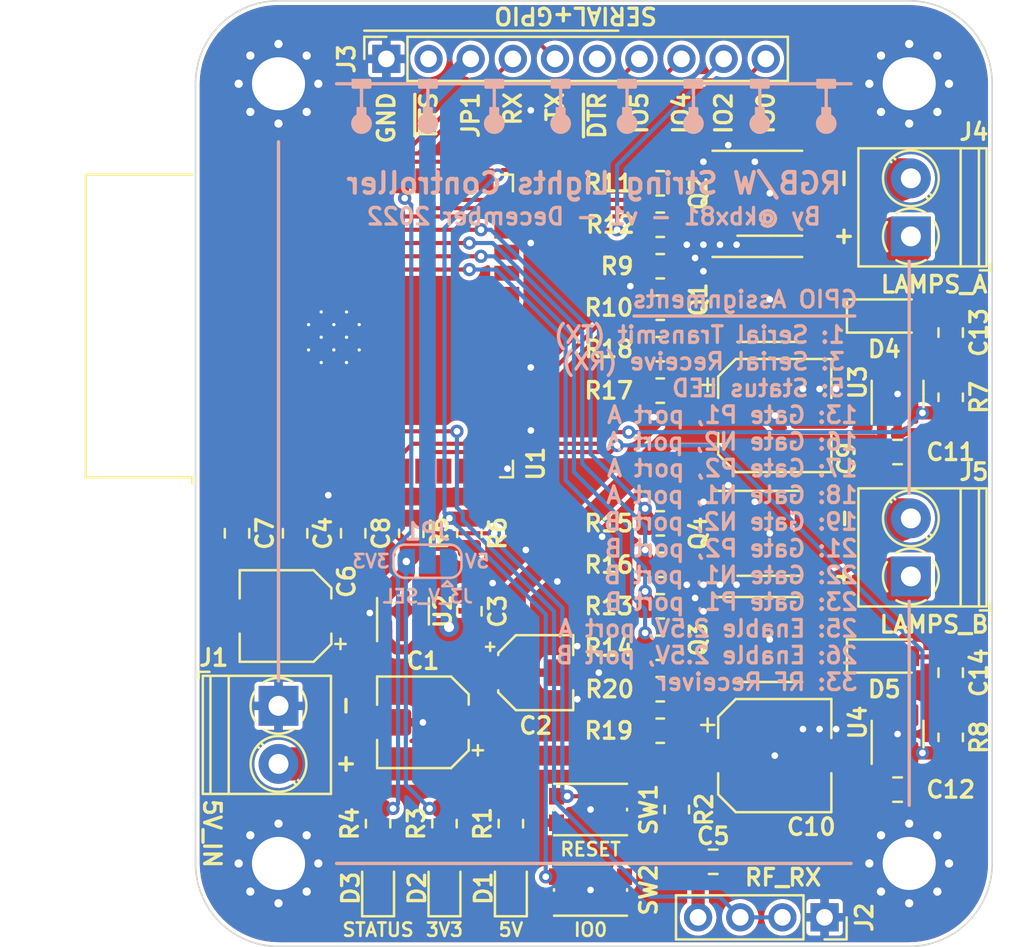
<source format=kicad_pcb>
(kicad_pcb (version 20211014) (generator pcbnew)
  (layers (0 "F.Cu" signal) (31 "B.Cu" signal) (34 "B.Paste" user) (35 "F.Paste" user) (36 "B.SilkS" user "B.Silkscreen") (37 "F.SilkS" user "F.Silkscreen") (38 "B.Mask" user) (39 "F.Mask" user) (44 "Edge.Cuts" user))
  (net 0 "")
  (net 1 "+5V")
  (net 2 "GND")
  (net 3 "+3V3")
  (net 4 "/ESP_EN")
  (net 5 "Net-(D1-Pad2)")
  (net 6 "Net-(D2-Pad2)")
  (net 7 "Net-(D3-Pad2)")
  (net 8 "/LAMPS_A_POS")
  (net 9 "/LAMPS_B_POS")
  (net 10 "/~{RTS}")
  (net 11 "Net-(C5-Pad1)")
  (net 12 "/GPIO3")
  (net 13 "/GPIO1")
  (net 14 "/~{DTR}")
  (net 15 "/GPIO5")
  (net 16 "/GPIO4")
  (net 17 "/GPIO2")
  (net 18 "/GPIO0")
  (net 19 "/LAMPS_A_NEG")
  (net 20 "/LAMPS_B_NEG")
  (net 21 "Net-(Q1-Pad2)")
  (net 22 "Net-(Q1-Pad4)")
  (net 23 "Net-(Q2-Pad2)")
  (net 24 "Net-(Q2-Pad4)")
  (net 25 "Net-(Q3-Pad2)")
  (net 26 "Net-(Q3-Pad4)")
  (net 27 "Net-(Q4-Pad2)")
  (net 28 "Net-(Q4-Pad4)")
  (net 29 "/EN_2V5_A")
  (net 30 "/EN_2V5_B")
  (net 31 "/G_N1_A")
  (net 32 "/G_P1_A")
  (net 33 "/G_N2_A")
  (net 34 "/G_P2_A")
  (net 35 "/G_N1_B")
  (net 36 "/G_P1_B")
  (net 37 "/G_N2_B")
  (net 38 "/G_P2_B")
  (net 39 "/GPI36")
  (net 40 "/GPI39")
  (net 41 "/GPI34")
  (net 42 "/GPI35")
  (net 43 "/GPIO32")
  (net 44 "/RF_RX")
  (net 45 "/GPIO27")
  (net 46 "/GPIO14")
  (net 47 "/GPIO12")
  (net 54 "/GPIO15")
  (net 59 "/2V5_A")
  (net 60 "/2V5_B")
  (net 61 "Net-(J3-Pad3)")
  (footprint "RF_Module:ESP32-WROOM-32" (layer "F.Cu") (at 109.245 89.6 90)
    (fp_text reference "U1")
    (fp_text value "ESP32-WROOM-32D")
  )
  (footprint "Capacitor_SMD:CP_Elec_6.3x7.7" (layer "F.Cu") (at 134.9 95)
    (fp_text reference "C9")
    (fp_text value "330 uF")
  )
  (footprint "Resistor_SMD:R_0805_2012Metric" (layer "F.Cu") (at 119 119.6 -90)
    (fp_text reference "R1")
    (fp_text value "8K2")
  )
  (footprint "Button_Switch_SMD:SW_Push_1P1T_NO_CK_KMR2" (layer "F.Cu") (at 123.8 118.75)
    (fp_text reference "SW1")
    (fp_text value "RESET")
  )
  (footprint "Capacitor_SMD:CP_Elec_4x5.8" (layer "F.Cu") (at 120.5 110.5)
    (fp_text reference "C2")
    (fp_text value "10 uF")
  )
  (footprint "Capacitor_SMD:C_0805_2012Metric" (layer "F.Cu") (at 145.5 90 -90)
    (fp_text reference "C13")
    (fp_text value "100 nF")
  )
  (footprint "Resistor_SMD:R_0805_2012Metric" (layer "F.Cu") (at 111 119.6 -90)
    (fp_text reference "R4")
    (fp_text value "1K")
  )
  (footprint "Resistor_SMD:R_0805_2012Metric" (layer "F.Cu") (at 129 118.75 -90)
    (fp_text reference "R2")
    (fp_text value "10")
  )
  (footprint "Resistor_SMD:R_0805_2012Metric" (layer "F.Cu") (at 128 81)
    (fp_text reference "R11")
    (fp_text value "100")
  )
  (footprint "Capacitor_SMD:C_0805_2012Metric" (layer "F.Cu") (at 131.19081 121.9)
    (fp_text reference "C5")
    (fp_text value "1 uF")
  )
  (footprint "Resistor_SMD:R_0805_2012Metric" (layer "F.Cu") (at 113 102.1 90)
    (fp_text reference "R5")
    (fp_text value "10K")
  )
  (footprint "Resistor_SMD:R_0805_2012Metric" (layer "F.Cu") (at 128 88.5)
    (fp_text reference "R10")
    (fp_text value "100")
  )
  (footprint "Diode_SMD:D_SOD-123" (layer "F.Cu") (at 141.5 109.5)
    (fp_text reference "D5")
    (fp_text value "SS34")
  )
  (footprint "Resistor_SMD:R_0805_2012Metric" (layer "F.Cu") (at 128 86)
    (fp_text reference "R9")
    (fp_text value "100")
  )
  (footprint "LED_SMD:LED_0805_2012Metric" (layer "F.Cu") (at 119 123.5 90)
    (fp_text reference "D1")
    (fp_text value "5V")
  )
  (footprint "MountingHole:MountingHole_3.2mm_M3_Pad_Via" (layer "F.Cu") (at 143 75)
    (fp_text reference "H2")
    (fp_text value "MountingHole_Pad")
  )
  (footprint "MountingHole:MountingHole_3.2mm_M3_Pad_Via" (layer "F.Cu") (at 105 122)
    (fp_text reference "H3")
    (fp_text value "MountingHole_Pad")
  )
  (footprint "Connector_PinSocket_2.54mm:PinSocket_1x10_P2.54mm_Vertical" (layer "F.Cu") (at 111.5 73.5 90)
    (fp_text reference "J3")
    (fp_text value "SERIAL+GPIO")
  )
  (footprint "Package_SO:SOIC-8_3.9x4.9mm_P1.27mm" (layer "F.Cu") (at 134.6 88)
    (fp_text reference "Q1")
    (fp_text value "IRF7319TRPBF")
  )
  (footprint "Package_SO:SOIC-8_3.9x4.9mm_P1.27mm" (layer "F.Cu") (at 134.6 81.6)
    (fp_text reference "Q2")
    (fp_text value "IRF7319TRPBF")
  )
  (footprint "TerminalBlock_Phoenix:TerminalBlock_Phoenix_PT-1,5-2-3.5-H_1x02_P3.50mm_Horizontal" (layer "F.Cu") (at 143.1 104.7 90)
    (fp_text reference "J5")
    (fp_text value "LAMPS_B")
  )
  (footprint "Package_TO_SOT_SMD:SOT-23-5" (layer "F.Cu") (at 112.5 106.8 90)
    (fp_text reference "U2")
    (fp_text value "AP2112K-3.3")
  )
  (footprint "Package_SO:SOIC-8_3.9x4.9mm_P1.27mm" (layer "F.Cu") (at 134.6 102.1)
    (fp_text reference "Q4")
    (fp_text value "IRF7319TRPBF")
  )
  (footprint "Button_Switch_SMD:SW_Push_1P1T_NO_CK_KMR2" (layer "F.Cu") (at 123.8 123.6)
    (fp_text reference "SW2")
    (fp_text value "IO0")
  )
  (footprint "Package_TO_SOT_SMD:SOT-23-5" (layer "F.Cu") (at 142.3 114.2 90)
    (fp_text reference "U4")
    (fp_text value "AP2112K-2.5")
  )
  (footprint "Resistor_SMD:R_0805_2012Metric" (layer "F.Cu") (at 115 119.6 -90)
    (fp_text reference "R3")
    (fp_text value "1K")
  )
  (footprint "Connector_PinSocket_2.54mm:PinSocket_1x04_P2.54mm_Vertical" (layer "F.Cu") (at 137.9 125.25 -90)
    (fp_text reference "J2")
    (fp_text value "RF_RX")
  )
  (footprint "Diode_SMD:D_SOD-123" (layer "F.Cu") (at 141.5 89)
    (fp_text reference "D4")
    (fp_text value "SS34")
  )
  (footprint "Resistor_SMD:R_0805_2012Metric" (layer "F.Cu") (at 128 104)
    (fp_text reference "R16")
    (fp_text value "100")
  )
  (footprint "Resistor_SMD:R_0805_2012Metric" (layer "F.Cu") (at 128 109)
    (fp_text reference "R14")
    (fp_text value "100")
  )
  (footprint "Package_TO_SOT_SMD:SOT-23-5" (layer "F.Cu") (at 142.3 93.7 90)
    (fp_text reference "U3")
    (fp_text value "AP2112K-2.5")
  )
  (footprint "Resistor_SMD:R_0805_2012Metric" (layer "F.Cu") (at 128 114 180)
    (fp_text reference "R19")
    (fp_text value "5K6")
  )
  (footprint "Capacitor_SMD:C_0805_2012Metric" (layer "F.Cu") (at 142.3 97.2)
    (fp_text reference "C11")
    (fp_text value "1 uF")
  )
  (footprint "TerminalBlock_Phoenix:TerminalBlock_Phoenix_PT-1,5-2-3.5-H_1x02_P3.50mm_Horizontal" (layer "F.Cu") (at 105 112.5 -90)
    (fp_text reference "J1")
    (fp_text value "5V_IN")
  )
  (footprint "Capacitor_SMD:C_0805_2012Metric" (layer "F.Cu") (at 109.5 102.1 -90)
    (fp_text reference "C8")
    (fp_text value "1 uF")
  )
  (footprint "Capacitor_SMD:C_0805_2012Metric" (layer "F.Cu") (at 116.5 106.8 90)
    (fp_text reference "C3")
    (fp_text value "1 uF")
  )
  (footprint "Capacitor_SMD:C_0805_2012Metric" (layer "F.Cu") (at 102.5 102.1 -90)
    (fp_text reference "C7")
    (fp_text value "100 nF")
  )
  (footprint "Capacitor_SMD:CP_Elec_5x5.4" (layer "F.Cu") (at 105.423025 107.084338 180)
    (fp_text reference "C6")
    (fp_text value "100 uF")
  )
  (footprint "Resistor_SMD:R_0805_2012Metric" (layer "F.Cu") (at 128 93.5 180)
    (fp_text reference "R17")
    (fp_text value "5K6")
  )
  (footprint "LED_SMD:LED_0805_2012Metric" (layer "F.Cu") (at 115 123.5 90)
    (fp_text reference "D2")
    (fp_text value "3V3")
  )
  (footprint "TerminalBlock_Phoenix:TerminalBlock_Phoenix_PT-1,5-2-3.5-H_1x02_P3.50mm_Horizontal" (layer "F.Cu") (at 143.1 84.2 90)
    (fp_text reference "J4")
    (fp_text value "LAMPS_A")
  )
  (footprint "Resistor_SMD:R_0805_2012Metric" (layer "F.Cu") (at 128 91 180)
    (fp_text reference "R18")
    (fp_text value "5K6")
  )
  (footprint "Resistor_SMD:R_0805_2012Metric" (layer "F.Cu") (at 128 111.5 180)
    (fp_text reference "R20")
    (fp_text value "5K6")
  )
  (footprint "Resistor_SMD:R_0805_2012Metric" (layer "F.Cu") (at 145.5 93.9 90)
    (fp_text reference "R7")
    (fp_text value "10K")
  )
  (footprint "MountingHole:MountingHole_3.2mm_M3_Pad_Via" (layer "F.Cu") (at 105 75)
    (fp_text reference "H1")
    (fp_text value "MountingHole_Pad")
  )
  (footprint "LED_SMD:LED_0805_2012Metric" (layer "F.Cu") (at 111 123.5 90)
    (fp_text reference "D3")
    (fp_text value "STATUS")
  )
  (footprint "Capacitor_SMD:CP_Elec_6.3x7.7" (layer "F.Cu") (at 134.9 115.5)
    (fp_text reference "C10")
    (fp_text value "330 uF")
  )
  (footprint "Capacitor_SMD:C_0805_2012Metric" (layer "F.Cu") (at 106 102.1 -90)
    (fp_text reference "C4")
    (fp_text value "10 uF")
  )
  (footprint "Capacitor_SMD:CP_Elec_5x5.4" (layer "F.Cu") (at 113.7 113.493501 180)
    (fp_text reference "C1")
    (fp_text value "100 uF")
  )
  (footprint "Package_SO:SOIC-8_3.9x4.9mm_P1.27mm" (layer "F.Cu") (at 134.6 108.5)
    (fp_text reference "Q3")
    (fp_text value "IRF7319TRPBF")
  )
  (footprint "MountingHole:MountingHole_3.2mm_M3_Pad_Via" (layer "F.Cu") (at 143 122)
    (fp_text reference "H4")
    (fp_text value "MountingHole_Pad")
  )
  (footprint "Capacitor_SMD:C_0805_2012Metric" (layer "F.Cu") (at 145.5 110.5 -90)
    (fp_text reference "C14")
    (fp_text value "100 nF")
  )
  (footprint "Resistor_SMD:R_0805_2012Metric" (layer "F.Cu") (at 116.5 102.1 90)
    (fp_text reference "R6")
    (fp_text value "10K")
  )
  (footprint "Resistor_SMD:R_0805_2012Metric" (layer "F.Cu") (at 145.5 114.4 90)
    (fp_text reference "R8")
    (fp_text value "10K")
  )
  (footprint "Resistor_SMD:R_0805_2012Metric" (layer "F.Cu") (at 128 83.5)
    (fp_text reference "R12")
    (fp_text value "100")
  )
  (footprint "Resistor_SMD:R_0805_2012Metric" (layer "F.Cu") (at 128 106.5)
    (fp_text reference "R13")
    (fp_text value "100")
  )
  (footprint "Capacitor_SMD:C_0805_2012Metric" (layer "F.Cu") (at 142.3 117.55)
    (fp_text reference "C12")
    (fp_text value "1 uF")
  )
  (footprint "Resistor_SMD:R_0805_2012Metric" (layer "F.Cu") (at 128 101.5)
    (fp_text reference "R15")
    (fp_text value "100")
  )
  (footprint "Jumper:SolderJumper-3_P1.3mm_Open_RoundedPad1.0x1.5mm" (layer "B.Cu") (at 113.973633 103.783152 180)
    (fp_text reference "JP1")
    (fp_text value "J3_V_SEL")
  )
  (gr_rect (start 114.2 76.5) (end 113.8 76.8) (layer "B.SilkS") (width 0.2) (fill solid))
  (gr_circle (center 114 77.4) (end 114 77.9) (layer "B.SilkS") (width 0.25) (fill solid))
  (gr_rect (start 138.2 76.5) (end 137.8 76.8) (layer "B.SilkS") (width 0.2) (fill solid))
  (gr_rect (start 130.5 75.2) (end 129.5 74.8) (layer "B.SilkS") (width 0.2) (fill solid))
  (gr_rect (start 134.5 75.2) (end 133.5 74.8) (layer "B.SilkS") (width 0.2) (fill solid))
  (gr_rect (start 110.2 76.5) (end 109.8 76.8) (layer "B.SilkS") (width 0.2) (fill solid))
  (gr_rect (start 126.2 76.5) (end 125.8 76.8) (layer "B.SilkS") (width 0.2) (fill solid))
  (gr_rect (start 126.5 75.2) (end 125.5 74.8) (layer "B.SilkS") (width 0.2) (fill solid))
  (gr_rect (start 118.5 75.2) (end 117.5 74.8) (layer "B.SilkS") (width 0.2) (fill solid))
  (gr_circle (center 110 77.4) (end 110 77.9) (layer "B.SilkS") (width 0.25) (fill solid))
  (gr_rect (start 118.2 76.5) (end 117.8 76.8) (layer "B.SilkS") (width 0.2) (fill solid))
  (gr_line (start 130 75) (end 130 76.5) (layer "B.SilkS") (width 0.2))
  (gr_line (start 122 75) (end 122 76.5) (layer "B.SilkS") (width 0.2))
  (gr_line (start 118 75) (end 118 76.5) (layer "B.SilkS") (width 0.2))
  (gr_line (start 139.5 75) (end 108.5 75) (layer "B.SilkS") (width 0.2))
  (gr_line (start 143 106.2) (end 143 118.5) (layer "B.SilkS") (width 0.2))
  (gr_circle (center 122 77.4) (end 122 77.9) (layer "B.SilkS") (width 0.25) (fill solid))
  (gr_rect (start 138.5 75.2) (end 137.5 74.8) (layer "B.SilkS") (width 0.2) (fill solid))
  (gr_rect (start 122.5 75.2) (end 121.5 74.8) (layer "B.SilkS") (width 0.2) (fill solid))
  (gr_line (start 138 75) (end 138 76.5) (layer "B.SilkS") (width 0.2))
  (gr_rect (start 110.5 75.2) (end 109.5 74.8) (layer "B.SilkS") (width 0.2) (fill solid))
  (gr_circle (center 126 77.4) (end 126 77.9) (layer "B.SilkS") (width 0.25) (fill solid))
  (gr_rect (start 130.2 76.5) (end 129.8 76.8) (layer "B.SilkS") (width 0.2) (fill solid))
  (gr_circle (center 130 77.4) (end 130 77.9) (layer "B.SilkS") (width 0.25) (fill solid))
  (gr_circle (center 134 77.4) (end 134 77.9) (layer "B.SilkS") (width 0.25) (fill solid))
  (gr_circle (center 138 77.4) (end 138 77.9) (layer "B.SilkS") (width 0.25) (fill solid))
  (gr_line (start 114 75) (end 114 76.5) (layer "B.SilkS") (width 0.2))
  (gr_rect (start 122.2 76.5) (end 121.8 76.8) (layer "B.SilkS") (width 0.2) (fill solid))
  (gr_line (start 143 85.7) (end 143 99.7) (layer "B.SilkS") (width 0.2))
  (gr_line (start 126 75) (end 126 76.5) (layer "B.SilkS") (width 0.2))
  (gr_line (start 110 75) (end 110 76.5) (layer "B.SilkS") (width 0.2))
  (gr_line (start 105 78.5) (end 105 111) (layer "B.SilkS") (width 0.2))
  (gr_rect (start 134.2 76.5) (end 133.8 76.8) (layer "B.SilkS") (width 0.2) (fill solid))
  (gr_line (start 139.5 122) (end 108.5 122) (layer "B.SilkS") (width 0.2))
  (gr_line (start 134 75) (end 134 76.5) (layer "B.SilkS") (width 0.2))
  (gr_line (start 139.720157 89) (end 126.420157 89) (layer "B.SilkS") (width 0.2))
  (gr_rect (start 114.5 75.2) (end 113.5 74.8) (layer "B.SilkS") (width 0.2) (fill solid))
  (gr_circle (center 118 77.4) (end 118 77.9) (layer "B.SilkS") (width 0.25) (fill solid))
  (gr_line (start 110.17 71.8) (end 125.47 71.8) (layer "F.SilkS") (width 0.15))
  (gr_arc (start 143 70) (mid 146.535534 71.464466) (end 148 75) (layer "Edge.Cuts") (width 0.1))
  (gr_line (start 105 127) (end 143 127) (layer "Edge.Cuts") (width 0.1))
  (gr_line (start 148 122) (end 148 75) (layer "Edge.Cuts") (width 0.1))
  (gr_arc (start 105 127) (mid 101.464466 125.535534) (end 100 122) (layer "Edge.Cuts") (width 0.1))
  (gr_line (start 143 70) (end 105 70) (layer "Edge.Cuts") (width 0.1))
  (gr_arc (start 148 122) (mid 146.535534 125.535534) (end 143 127) (layer "Edge.Cuts") (width 0.1))
  (gr_arc (start 100 75) (mid 101.464466 71.464466) (end 105 70) (layer "Edge.Cuts") (width 0.1))
  (gr_line (start 100 75) (end 100 122) (layer "Edge.Cuts") (width 0.1))
  (gr_text " 1: Serial Transmit (TX)\n 3: Serial Receive (RX)\n 5: Status LED\n13: Gate P1, port A\n16: Gate N2, port A\n17: Gate P2, port A\n18: Gate N1, port A\n19: Gate N2, port B\n21: Gate P2, port B\n22: Gate N1, port B\n23: Gate P1, port B\n25: Enable 2.5V, port A\n26: Enable 2.5V, port B\n33: RF Receiver" (at 140 100.6) (layer "B.SilkS") (effects (font (size 1 1) (thickness 0.2)) (justify left mirror)))
  (gr_text "RGB/W String Lights Controller" (at 124 81) (layer "B.SilkS") (effects (font (size 1.25 1.25) (thickness 0.25)) (justify mirror)))
  (gr_text "By @kbx81 - v1 - December 2022" (at 124 83) (layer "B.SilkS") (effects (font (size 1 1) (thickness 0.2)) (justify mirror)))
  (gr_text "GPIO Assignments" (at 140 88) (layer "B.SilkS") (effects (font (size 1 1) (thickness 0.2)) (justify left mirror)))
  (segment (start 113.45 108.569239) (end 113.45 107.9375) (width 0.6) (layer "F.Cu") (net 1))
  (segment (start 132.749239 102.735) (end 133.6 103.585761) (width 0.6) (layer "F.Cu") (net 1))
  (segment (start 140.9 96.4) (end 141.35 96.85) (width 0.5) (layer "F.Cu") (net 1))
  (segment (start 141.35 117.55) (end 141.35 115.3375) (width 0.6) (layer "F.Cu") (net 1))
  (segment (start 112.919239 109.1) (end 113.45 108.569239) (width 0.6) (layer "F.Cu") (net 1))
  (segment (start 133.6 87.784239) (end 132.749239 88.635) (width 0.6) (layer "F.Cu") (net 1))
  (segment (start 105 116) (end 113.9 116) (width 2) (layer "F.Cu") (net 1))
  (segment (start 132.749239 109.135) (end 132.125 109.135) (width 0.6) (layer "F.Cu") (net 1))
  (segment (start 111.55 108.569239) (end 112.080761 109.1) (width 0.6) (layer "F.Cu") (net 1))
  (segment (start 134.6 116.9) (end 140.9 116.9) (width 0.5) (layer "F.Cu") (net 1))
  (segment (start 141.35 97.2) (end 141.35 94.8375) (width 0.6) (layer "F.Cu") (net 1))
  (segment (start 132.749239 88.635) (end 133.6 89.485761) (width 0.6) (layer "F.Cu") (net 1))
  (segment (start 132.749239 88.635) (end 132.125 88.635) (width 0.6) (layer "F.Cu") (net 1))
  (segment (start 141.35 96.85) (end 141.35 97.2) (width 0.5) (layer "F.Cu") (net 1))
  (segment (start 111.55 107.9375) (end 111.55 108.569239) (width 0.6) (layer "F.Cu") (net 1))
  (segment (start 115.9 114) (end 115.9 113.493501) (width 2) (layer "F.Cu") (net 1))
  (segment (start 133.2 95) (end 134.6 96.4) (width 0.5) (layer "F.Cu") (net 1))
  (segment (start 119 116.593501) (end 115.9 113.493501) (width 1.2) (layer "F.Cu") (net 1))
  (segment (start 133.2 115.5) (end 134.6 116.9) (width 0.5) (layer "F.Cu") (net 1))
  (segment (start 133.6 103.585761) (end 133.6 108.284239) (width 0.6) (layer "F.Cu") (net 1))
  (segment (start 132.749239 82.235) (end 133.6 83.085761) (width 0.6) (layer "F.Cu") (net 1))
  (segment (start 118.7 110.5) (end 118.7 106.2) (width 1.2) (layer "F.Cu") (net 1))
  (segment (start 134.6 96.4) (end 140.9 96.4) (width 0.5) (layer "F.Cu") (net 1))
  (segment (start 129.9 95) (end 132.2 95) (width 1.2) (layer "F.Cu") (net 1))
  (segment (start 113.9 116) (end 115.9 114) (width 2) (layer "F.Cu") (net 1))
  (segment (start 132.125 102.735) (end 132.749239 102.735) (width 0.6) (layer "F.Cu") (net 1))
  (segment (start 133.6 83.085761) (end 133.6 87.784239) (width 0.6) (layer "F.Cu") (net 1))
  (segment (start 141.35 117.35) (end 141.35 117.55) (width 0.5) (layer "F.Cu") (net 1))
  (segment (start 119 118.6875) (end 119 116.593501) (width 0.8) (layer "F.Cu") (net 1))
  (segment (start 133.6 89.485761) (end 133.6 93.6) (width 0.6) (layer "F.Cu") (net 1))
  (segment (start 133.6 93.6) (end 132.2 95) (width 0.6) (layer "F.Cu") (net 1))
  (segment (start 112.080761 109.1) (end 112.919239 109.1) (width 0.6) (layer "F.Cu") (net 1))
  (segment (start 115.273633 107.75) (end 116.5 107.75) (width 1) (layer "F.Cu") (net 1))
  (segment (start 133.6 114.1) (end 132.2 115.5) (width 0.6) (layer "F.Cu") (net 1))
  (segment (start 119 116.593501) (end 120.093501 115.5) (width 1.2) (layer "F.Cu") (net 1))
  (segment (start 132.125 82.235) (end 132.749239 82.235) (width 0.6) (layer "F.Cu") (net 1))
  (segment (start 133.6 109.985761) (end 133.6 114.1) (width 0.6) (layer "F.Cu") (net 1))
  (segment (start 132.2 95) (end 133.2 95) (width 0.5) (layer "F.Cu") (net 1))
  (segment (start 120.093501 115.5) (end 132.2 115.5) (width 1.2) (layer "F.Cu") (net 1))
  (segment (start 118.7 106.2) (end 129.9 95) (width 1.2) (layer "F.Cu") (net 1))
  (segment (start 132.749239 109.135) (end 133.6 109.985761) (width 0.6) (layer "F.Cu") (net 1))
  (segment (start 132.2 115.5) (end 133.2 115.5) (width 0.5) (layer "F.Cu") (net 1))
  (segment (start 133.6 108.284239) (end 132.749239 109.135) (width 0.6) (layer "F.Cu") (net 1))
  (segment (start 140.9 116.9) (end 141.35 117.35) (width 0.5) (layer "F.Cu") (net 1))
  (via (at 115.273633 107.75) (size 1.2) (drill 0.6) (layers "F.Cu" "B.Cu") (net 1))
  (segment (start 115.273633 103.783152) (end 115.273633 107.75) (width 1) (layer "B.Cu") (net 1))
  (via (at 129.6 105.2) (size 0.8) (drill 0.4) (layers "F.Cu" "B.Cu") (net 2))
  (via (at 136.6 113.9) (size 0.8) (drill 0.4) (layers "F.Cu" "B.Cu") (net 2))
  (via (at 113.7 113.5) (size 0.8) (drill 0.4) (layers "F.Cu" "B.Cu") (net 2))
  (via (at 130.1 106) (size 0.8) (drill 0.4) (layers "F.Cu" "B.Cu") (net 2))
  (via (at 117.9 105.1) (size 0.8) (drill 0.4) (layers "F.Cu" "B.Cu") (net 2))
  (via (at 134.6 108.5) (size 0.8) (drill 0.4) (layers "F.Cu" "B.Cu") (net 2))
  (via (at 123.8 123.6) (size 0.8) (drill 0.4) (layers "F.Cu" "B.Cu") (net 2))
  (via (at 129.6 84.7) (size 0.8) (drill 0.4) (layers "F.Cu" "B.Cu") (net 2))
  (via (at 132.6 84.7) (size 0.8) (drill 0.4) (layers "F.Cu" "B.Cu") (net 2))
  (via (at 131.6 84.7) (size 0.8) (drill 0.4) (layers "F.Cu" "B.Cu") (net 2))
  (via (at 119.9 103.1) (size 0.8) (drill 0.4) (layers "F.Cu" "B.Cu") (net 2))
  (via (at 130.6 105.2) (size 0.8) (drill 0.4) (layers "F.Cu" "B.Cu") (net 2))
  (via (at 134.9 115.5) (size 0.8) (drill 0.4) (layers "F.Cu" "B.Cu") (net 2))
  (via (at 110.5 106.9) (size 0.8) (drill 0.4) (layers "F.Cu" "B.Cu") (net 2))
  (via (at 130.6 100.2) (size 0.8) (drill 0.4) (layers "F.Cu" "B.Cu") (net 2))
  (via (at 124.5 102.3) (size 0.8) (drill 0.4) (layers "F.Cu" "B.Cu") (net 2))
  (via (at 127.6 95.1) (size 0.8) (drill 0.4) (layers "F.Cu" "B.Cu") (net 2))
  (via (at 120.2 84.6) (size 0.8) (drill 0.4) (layers "F.Cu" "B.Cu") (net 2))
  (via (at 123.8 118.75) (size 0.8) (drill 0.4) (layers "F.Cu" "B.Cu") (net 2))
  (via (at 133.7 100.2) (size 0.8) (drill 0.4) (layers "F.Cu" "B.Cu") (net 2))
  (via (at 121.8 105) (size 0.8) (drill 0.4) (layers "F.Cu" "B.Cu") (net 2))
  (via (at 130.6 84.7) (size 0.8) (drill 0.4) (layers "F.Cu" "B.Cu") (net 2))
  (via (at 120.2 92.1) (size 0.8) (drill 0.4) (layers "F.Cu" "B.Cu") (net 2))
  (via (at 108 99.8) (size 0.8) (drill 0.4) (layers "F.Cu" "B.Cu") (net 2))
  (via (at 132.1 78.7) (size 0.8) (drill 0.4) (layers "F.Cu" "B.Cu") (net 2))
  (via (at 130.6 106.8) (size 0.8) (drill 0.4) (layers "F.Cu" "B.Cu") (net 2))
  (via (at 134.6 88) (size 0.8) (drill 0.4) (layers "F.Cu" "B.Cu") (net 2))
  (via (at 136.6 93.4) (size 0.8) (drill 0.4) (layers "F.Cu" "B.Cu") (net 2))
  (via (at 137.6 93.4) (size 0.8) (drill 0.4) (layers "F.Cu" "B.Cu") (net 2))
  (via (at 130.1 85.5) (size 0.8) (drill 0.4) (layers "F.Cu" "B.Cu") (net 2))
  (via (at 120.2 76.6) (size 0.8) (drill 0.4) (layers "F.Cu" "B.Cu") (net 2))
  (via (at 130.6 86.3) (size 0.8) (drill 0.4) (layers "F.Cu" "B.Cu") (net 2))
  (via (at 118.793904 98.2) (size 0.8) (drill 0.4) (layers "F.Cu" "B.Cu") (net 2))
  (via (at 137.6 113.9) (size 0.8) (drill 0.4) (layers "F.Cu" "B.Cu") (net 2))
  (via (at 133.7 79.7) (size 0.8) (drill 0.4) (layers "F.Cu" "B.Cu") (net 2))
  (via (at 130.6 79.7) (size 0.8) (drill 0.4) (layers "F.Cu" "B.Cu") (net 2))
  (via (at 131.6 105.2) (size 0.8) (drill 0.4) (layers "F.Cu" "B.Cu") (net 2))
  (via (at 132.1 99.2) (size 0.8) (drill 0.4) (layers "F.Cu" "B.Cu") (net 2))
  (via (at 134.6 81.6) (size 0.8) (drill 0.4) (layers "F.Cu" "B.Cu") (net 2))
  (via (at 126.2 87.2) (size 0.8) (drill 0.4) (layers "F.Cu" "B.Cu") (net 2))
  (via (at 132.6 105.2) (size 0.8) (drill 0.4) (layers "F.Cu" "B.Cu") (net 2))
  (via (at 134.6 102.1) (size 0.8) (drill 0.4) (layers "F.Cu" "B.Cu") (net 2))
  (via (at 123 108.9) (size 0.8) (drill 0.4) (layers "F.Cu" "B.Cu") (net 2))
  (via (at 123 112.1) (size 0.8) (drill 0.4) (layers "F.Cu" "B.Cu") (net 2))
  (via (at 120.205611 95.899999) (size 0.8) (drill 0.4) (layers "F.Cu" "B.Cu") (net 2))
  (via (at 138.6 93.4) (size 0.8) (drill 0.4) (layers "F.Cu" "B.Cu") (net 2))
  (via (at 134.9 95) (size 0.8) (drill 0.4) (layers "F.Cu" "B.Cu") (net 2))
  (via (at 142.3 93.7) (size 0.8) (drill 0.4) (layers "F.Cu" "B.Cu") (net 2))
  (via (at 138.6 113.9) (size 0.8) (drill 0.4) (layers "F.Cu" "B.Cu") (net 2))
  (via (at 142.3 114.2) (size 0.8) (drill 0.4) (layers "F.Cu" "B.Cu") (net 2))
  (via (at 124.3 110.5) (size 0.8) (drill 0.4) (layers "F.Cu" "B.Cu") (net 2))
  (segment (start 116.5 103.0125) (end 113 103.0125) (width 0.3) (layer "F.Cu") (net 3))
  (segment (start 102.265 100.915) (end 102.5 101.15) (width 0.8) (layer "F.Cu") (net 3))
  (segment (start 112.0875 102.1) (end 107.2 102.1) (width 0.5) (layer "F.Cu") (net 3))
  (segment (start 112.7 103.8) (end 113 103.5) (width 1) (layer "F.Cu") (net 3))
  (segment (start 111.55 105.6625) (end 110.0375 105.6625) (width 1) (layer "F.Cu") (net 3))
  (segment (start 113 103.5) (end 113 103.0125) (width 1) (layer "F.Cu") (net 3))
  (segment (start 113 103.0125) (end 112.0875 102.1) (width 0.5) (layer "F.Cu") (net 3))
  (segment (start 112.7 104.5125) (end 112.7 103.8) (width 1) (layer "F.Cu") (net 3))
  (segment (start 107.2 102.1) (end 106.25 101.15) (width 0.5) (layer "F.Cu") (net 3))
  (segment (start 106.25 101.15) (end 106 101.15) (width 0.5) (layer "F.Cu") (net 3))
  (segment (start 111.55 105.6625) (end 112.7 104.5125) (width 1) (layer "F.Cu") (net 3))
  (segment (start 102.5 101.15) (end 106 101.15) (width 0.8) (layer "F.Cu") (net 3))
  (segment (start 108.615662 107.084338) (end 107.623025 107.084338) (width 1) (layer "F.Cu") (net 3))
  (segment (start 102.265 98.35) (end 102.265 100.915) (width 0.8) (layer "F.Cu") (net 3))
  (segment (start 110.0375 105.6625) (end 108.615662 107.084338) (width 1) (layer "F.Cu") (net 3))
  (via (at 112.7 103.8) (size 0.9) (drill 0.45) (layers "F.Cu" "B.Cu") (net 3))
  (via (at 114.1 118.6875) (size 0.8) (drill 0.4) (layers "F.Cu" "B.Cu") (net 3))
  (segment (start 112.673633 103.783152) (end 112.673633 117.261133) (width 0.25) (layer "B.Cu") (net 3))
  (segment (start 112.673633 117.261133) (end 114.1 118.6875) (width 0.25) (layer "B.Cu") (net 3))
  (segment (start 107.65 101.15) (end 109.5 101.15) (width 0.25) (layer "F.Cu") (net 4))
  (segment (start 106.7 100.2) (end 107.65 101.15) (width 0.25) (layer "F.Cu") (net 4))
  (segment (start 109.5 101.15) (end 109.5375 101.1875) (width 0.25) (layer "F.Cu") (net 4))
  (segment (start 103.535 99.35) (end 104.385 100.2) (width 0.25) (layer "F.Cu") (net 4))
  (segment (start 104.385 100.2) (end 106.7 100.2) (width 0.25) (layer "F.Cu") (net 4))
  (segment (start 103.535 98.35) (end 103.535 99.35) (width 0.25) (layer "F.Cu") (net 4))
  (segment (start 113.9125 102.1) (end 116.5 102.1) (width 0.25) (layer "F.Cu") (net 4))
  (segment (start 113 101.1875) (end 113.9125 102.1) (width 0.25) (layer "F.Cu") (net 4))
  (segment (start 109.5375 101.1875) (end 113 101.1875) (width 0.25) (layer "F.Cu") (net 4))
  (segment (start 125.85 117.95) (end 122.4 117.95) (width 0.25) (layer "F.Cu") (net 4))
  (segment (start 121.75 117.95) (end 122.4 117.95) (width 0.8) (layer "F.Cu") (net 4))
  (segment (start 116.5 102.1) (end 118 102.1) (width 0.25) (layer "F.Cu") (net 4))
  (via (at 122.4 117.95) (size 0.8) (drill 0.4) (layers "F.Cu" "B.Cu") (net 4))
  (via (at 118 102.1) (size 0.8) (drill 0.4) (layers "F.Cu" "B.Cu") (net 4))
  (segment (start 118 102.5) (end 122.1 106.6) (width 0.25) (layer "B.Cu") (net 4))
  (segment (start 118 102.1) (end 118 102.5) (width 0.25) (layer "B.Cu") (net 4))
  (segment (start 122.1 106.6) (end 122.1 117.65) (width 0.25) (layer "B.Cu") (net 4))
  (segment (start 122.1 117.65) (end 122.4 117.95) (width 0.25) (layer "B.Cu") (net 4))
  (segment (start 119 120.5125) (end 119 122.5625) (width 0.25) (layer "F.Cu") (net 5))
  (segment (start 115 120.5125) (end 115 122.5625) (width 0.25) (layer "F.Cu") (net 6))
  (segment (start 111 120.5125) (end 111 122.5625) (width 0.25) (layer "F.Cu") (net 7))
  (segment (start 130.28 121.93919) (end 130.24081 121.9) (width 0.8) (layer "F.Cu") (net 11))
  (segment (start 130.28 125.25) (end 130.28 121.93919) (width 0.8) (layer "F.Cu") (net 11))
  (segment (start 130.24081 120.90331) (end 129 119.6625) (width 0.8) (layer "F.Cu") (net 11))
  (segment (start 130.24081 121.9) (end 130.24081 120.90331) (width 0.8) (layer "F.Cu") (net 11))
  (segment (start 106.225 79.7) (end 111.8 79.7) (width 0.25) (layer "F.Cu") (net 12))
  (segment (start 112.3 79.2) (end 113.42 79.2) (width 0.25) (layer "F.Cu") (net 12))
  (segment (start 106.075 79.85) (end 106.225 79.7) (width 0.25) (layer "F.Cu") (net 12))
  (segment (start 106.075 80.85) (end 106.075 79.85) (width 0.25) (layer "F.Cu") (net 12))
  (segment (start 113.42 79.2) (end 119.12 73.5) (width 0.25) (layer "F.Cu") (net 12))
  (segment (start 111.8 79.7) (end 112.3 79.2) (width 0.25) (layer "F.Cu") (net 12))
  (segment (start 118.6 72.3) (end 117.9 73) (width 0.25) (layer "F.Cu") (net 13))
  (segment (start 120.46 72.3) (end 118.6 72.3) (width 0.25) (layer "F.Cu") (net 13))
  (segment (start 121.66 73.5) (end 120.46 72.3) (width 0.25) (layer "F.Cu") (net 13))
  (segment (start 111.6 79.2) (end 105.455 79.2) (width 0.25) (layer "F.Cu") (net 13))
  (segment (start 112.1 78.7) (end 111.6 79.2) (width 0.25) (layer "F.Cu") (net 13))
  (segment (start 105.455 79.2) (end 104.805 79.85) (width 0.25) (layer "F.Cu") (net 13))
  (segment (start 113.1 78.7) (end 112.1 78.7) (width 0.25) (layer "F.Cu") (net 13))
  (segment (start 117.9 73) (end 117.9 73.9) (width 0.25) (layer "F.Cu") (net 13))
  (segment (start 104.805 79.85) (end 104.805 80.85) (width 0.25) (layer "F.Cu") (net 13))
  (segment (start 117.9 73.9) (end 113.1 78.7) (width 0.25) (layer "F.Cu") (net 13))
  (segment (start 121.04 79.2) (end 116.2 79.2) (width 0.25) (layer "F.Cu") (net 15))
  (segment (start 126.74 73.5) (end 121.04 79.2) (width 0.25) (layer "F.Cu") (net 15))
  (segment (start 112.425 80.85) (end 112.425 81.725) (width 0.25) (layer "F.Cu") (net 15))
  (segment (start 112.425 80.85) (end 112.425 79.85) (width 0.25) (layer "F.Cu") (net 15))
  (segment (start 115.7 79.7) (end 116.2 79.2) (width 0.25) (layer "F.Cu") (net 15))
  (segment (start 112.425 79.85) (end 112.575 79.7) (width 0.25) (layer "F.Cu") (net 15))
  (segment (start 112.575 79.7) (end 115.7 79.7) (width 0.25) (layer "F.Cu") (net 15))
  (segment (start 112.425 81.725) (end 112.6 81.9) (width 0.25) (layer "F.Cu") (net 15))
  (via (at 112.6 81.9) (size 0.8) (drill 0.4) (layers "F.Cu" "B.Cu") (net 15))
  (via (at 111.9 118.6875) (size 0.8) (drill 0.4) (layers "F.Cu" "B.Cu") (net 15))
  (segment (start 113 82.3) (end 113 102) (width 0.25) (layer "B.Cu") (net 15))
  (segment (start 111.8 104.4) (end 112.2 104.8) (width 0.25) (layer "B.Cu") (net 15))
  (segment (start 112.2 104.8) (end 112.2 118.3875) (width 0.25) (layer "B.Cu") (net 15))
  (segment (start 113 102) (end 111.8 103.2) (width 0.25) (layer "B.Cu") (net 15))
  (segment (start 112.2 118.3875) (end 111.9 118.6875) (width 0.25) (layer "B.Cu") (net 15))
  (segment (start 111.8 103.2) (end 111.8 104.4) (width 0.25) (layer "B.Cu") (net 15))
  (segment (start 112.6 81.9) (end 113 82.3) (width 0.25) (layer "B.Cu") (net 15))
  (segment (start 116.235 79.85) (end 116.385 79.7) (width 0.25) (layer "F.Cu") (net 16))
  (segment (start 121.2 79.7) (end 126.1 74.8) (width 0.25) (layer "F.Cu") (net 16))
  (segment (start 116.385 79.7) (end 121.2 79.7) (width 0.25) (layer "F.Cu") (net 16))
  (segment (start 116.235 80.85) (end 116.235 79.85) (width 0.25) (layer "F.Cu") (net 16))
  (segment (start 127.98 74.8) (end 129.28 73.5) (width 0.25) (layer "F.Cu") (net 16))
  (segment (start 126.1 74.8) (end 127.98 74.8) (width 0.25) (layer "F.Cu") (net 16))
  (segment (start 118.755 83.88) (end 118.835 83.8) (width 0.25) (layer "F.Cu") (net 17))
  (segment (start 118.835 83.8) (end 125.4 83.8) (width 0.25) (layer "F.Cu") (net 17))
  (via (at 125.4 83.8) (size 0.8) (drill 0.4) (layers "F.Cu" "B.Cu") (net 17))
  (segment (start 125.4 79.92) (end 131.82 73.5) (width 0.25) (layer "B.Cu") (net 17))
  (segment (start 125.4 83.8) (end 125.4 79.92) (width 0.25) (layer "B.Cu") (net 17))
  (segment (start 117.85 80.85) (end 118.2 80.5) (width 0.25) (layer "F.Cu") (net 18))
  (segment (start 115.3 101.1875) (end 116.5 101.1875) (width 0.8) (layer "F.Cu") (net 18))
  (segment (start 118.5 80.2) (end 121.4 80.2) (width 0.25) (layer "F.Cu") (net 18))
  (segment (start 121.1 122.8) (end 121.75 122.8) (width 0.8) (layer "F.Cu") (net 18))
  (segment (start 126.3 75.3) (end 128.2 75.3) (width 0.25) (layer "F.Cu") (net 18))
  (segment (start 133.06 74.8) (end 134.36 73.5) (width 0.25) (layer "F.Cu") (net 18))
  (segment (start 117.505 80.85) (end 117.85 80.85) (width 0.25) (layer "F.Cu") (net 18))
  (segment (start 118.2 80.5) (end 118.5 80.2) (width 0.25) (layer "F.Cu") (net 18))
  (segment (start 125.85 122.8) (end 121.75 122.8) (width 0.25) (layer "F.Cu") (net 18))
  (segment (start 121.4 80.2) (end 126.3 75.3) (width 0.25) (layer "F.Cu") (net 18))
  (segment (start 128.2 75.3) (end 128.7 74.8) (width 0.25) (layer "F.Cu") (net 18))
  (segment (start 128.7 74.8) (end 133.06 74.8) (width 0.25) (layer "F.Cu") (net 18))
  (via (at 121.1 122.8) (size 0.8) (drill 0.4) (layers "F.Cu" "B.Cu") (net 18))
  (via (at 115.3 101.1875) (size 0.8) (drill 0.4) (layers "F.Cu" "B.Cu") (net 18))
  (via (at 118.2 80.5) (size 0.8) (drill 0.4) (layers "F.Cu" "B.Cu") (net 18))
  (segment (start 115 83.7) (end 115 100.8875) (width 0.25) (layer "B.Cu") (net 18))
  (segment (start 118.2 80.5) (end 115 83.7) (width 0.25) (layer "B.Cu") (net 18))
  (segment (start 121.1 106.9875) (end 121.1 122.8) (width 0.25) (layer "B.Cu") (net 18))
  (segment (start 115.3 101.1875) (end 121.1 106.9875) (width 0.25) (layer "B.Cu") (net 18))
  (segment (start 115 100.8875) (end 115.3 101.1875) (width 0.25) (layer "B.Cu") (net 18))
  (segment (start 130.065 87.365) (end 128.9125 86.2125) (width 0.25) (layer "F.Cu") (net 21))
  (segment (start 132.125 87.365) (end 130.065 87.365) (width 0.25) (layer "F.Cu") (net 21))
  (segment (start 128.9125 86.2125) (end 128.9125 86) (width 0.25) (layer "F.Cu") (net 21))
  (segment (start 132.125 89.905) (end 129.43 89.905) (width 0.25) (layer "F.Cu") (net 22))
  (segment (start 129.43 89.905) (end 128.9125 89.3875) (width 0.25) (layer "F.Cu") (net 22))
  (segment (start 127.0875 93.5) (end 127.0875 93.3125) (width 0.25) (layer "F.Cu") (net 22))
  (segment (start 128.9125 89.3875) (end 128.9125 88.5) (width 0.25) (layer "F.Cu") (net 22))
  (segment (start 128 92.4) (end 128 90.3) (width 0.25) (layer "F.Cu") (net 22))
  (segment (start 127.0875 93.3125) (end 128 92.4) (width 0.25) (layer "F.Cu") (net 22))
  (segment (start 128 90.3) (end 128.9125 89.3875) (width 0.25) (layer "F.Cu") (net 22))
  (segment (start 128.9475 80.965) (end 128.9125 81) (width 0.25) (layer "F.Cu") (net 23))
  (segment (start 132.125 80.965) (end 128.9475 80.965) (width 0.25) (layer "F.Cu") (net 23))
  (segment (start 127.0875 90.1125) (end 128 89.2) (width 0.25) (layer "F.Cu") (net 24))
  (segment (start 128.9125 83.6875) (end 128.9125 83.5) (width 0.25) (layer "F.Cu") (net 24))
  (segment (start 128 89.2) (end 128 84.6) (width 0.25) (layer "F.Cu") (net 24))
  (segment (start 128 84.6) (end 128.9125 83.6875) (width 0.25) (layer "F.Cu") (net 24))
  (segment (start 132.125 83.505) (end 128.9175 83.505) (width 0.25) (layer "F.Cu") (net 24))
  (segment (start 128.9175 83.505) (end 128.9125 83.5) (width 0.25) (layer "F.Cu") (net 24))
  (segment (start 127.0875 91) (end 127.0875 90.1125) (width 0.25) (layer "F.Cu") (net 24))
  (segment (start 132.125 107.865) (end 130.065 107.865) (width 0.25) (layer "F.Cu") (net 25))
  (segment (start 128.9125 106.7125) (end 128.9125 106.5) (width 0.25) (layer "F.Cu") (net 25))
  (segment (start 130.065 107.865) (end 128.9125 106.7125) (width 0.25) (layer "F.Cu") (net 25))
  (segment (start 129.43 110.405) (end 128.9125 109.8875) (width 0.25) (layer "F.Cu") (net 26))
  (segment (start 132.125 110.405) (end 129.43 110.405) (width 0.25) (layer "F.Cu") (net 26))
  (segment (start 128 112.9) (end 128 110.8) (width 0.25) (layer "F.Cu") (net 26))
  (segment (start 128.9125 109.8875) (end 128.9125 109) (width 0.25) (layer "F.Cu") (net 26))
  (segment (start 127.0875 113.8125) (end 128 112.9) (width 0.25) (layer "F.Cu") (net 26))
  (segment (start 127.0875 114) (end 127.0875 113.8125) (width 0.25) (layer "F.Cu") (net 26))
  (segment (start 128 110.8) (end 128.9125 109.8875) (width 0.25) (layer "F.Cu") (net 26))
  (segment (start 128.9475 101.465) (end 128.9125 101.5) (width 0.25) (layer "F.Cu") (net 27))
  (segment (start 132.125 101.465) (end 128.9475 101.465) (width 0.25) (layer "F.Cu") (net 27))
  (segment (start 127.0875 110.6125) (end 127.0875 111.5) (width 0.25) (layer "F.Cu") (net 28))
  (segment (start 128.9125 104.1875) (end 128 105.1) (width 0.25) (layer "F.Cu") (net 28))
  (segment (start 128 109.7) (end 127.0875 110.6125) (width 0.25) (layer "F.Cu") (net 28))
  (segment (start 128.9175 104.005) (end 128.9125 104) (width 0.25) (layer "F.Cu") (net 28))
  (segment (start 128 105.1) (end 128 109.7) (width 0.25) (layer "F.Cu") (net 28))
  (segment (start 128.9125 104) (end 128.9125 104.1875) (width 0.25) (layer "F.Cu") (net 28))
  (segment (start 132.125 104.005) (end 128.9175 104.005) (width 0.25) (layer "F.Cu") (net 28))
  (segment (start 143.8 94.8375) (end 145.475 94.8375) (width 0.8) (layer "F.Cu") (net 29))
  (segment (start 112.425 97.35) (end 112.425 98.35) (width 0.25) (layer "F.Cu") (net 29))
  (segment (start 145.475 94.8375) (end 145.5 94.8125) (width 0.8) (layer "F.Cu") (net 29))
  (segment (start 113.075 96.7) (end 124.4 96.7) (width 0.25) (layer "F.Cu") (net 29))
  (segment (start 125.1 96) (end 126.1 96) (width 0.25) (layer "F.Cu") (net 29))
  (segment (start 113.075 96.7) (end 112.425 97.35) (width 0.25) (layer "F.Cu") (net 29))
  (segment (start 143.8 94.8375) (end 143.25 94.8375) (width 0.8) (layer "F.Cu") (net 29))
  (segment (start 124.4 96.7) (end 125.1 96) (width 0.25) (layer "F.Cu") (net 29))
  (via (at 143.8 94.8375) (size 0.8) (drill 0.4) (layers "F.Cu" "B.Cu") (net 29))
  (via (at 126.1 96) (size 0.8) (drill 0.4) (layers "F.Cu" "B.Cu") (net 29))
  (segment (start 126.1 96) (end 142.6375 96) (width 0.25) (layer "B.Cu") (net 29))
  (segment (start 142.6375 96) (end 143.8 94.8375) (width 0.25) (layer "B.Cu") (net 29))
  (segment (start 145.475 115.3375) (end 145.5 115.3125) (width 0.8) (layer "F.Cu") (net 30))
  (segment (start 125 97.2) (end 125.4 96.8) (width 0.25) (layer "F.Cu") (net 30))
  (segment (start 113.845 97.2) (end 125 97.2) (width 0.25) (layer "F.Cu") (net 30))
  (segment (start 143.8 115.3375) (end 143.25 115.3375) (width 0.8) (layer "F.Cu") (net 30))
  (segment (start 143.8 115.3375) (end 145.475 115.3375) (width 0.8) (layer "F.Cu") (net 30))
  (segment (start 113.695 97.35) (end 113.845 97.2) (width 0.25) (layer "F.Cu") (net 30))
  (segment (start 113.695 98.35) (end 113.695 97.35) (width 0.25) (layer "F.Cu") (net 30))
  (via (at 125.4 96.8) (size 0.8) (drill 0.4) (layers "F.Cu" "B.Cu") (net 30))
  (via (at 143.8 115.3375) (size 0.8) (drill 0.4) (layers "F.Cu" "B.Cu") (net 30))
  (segment (start 143.8 109.2) (end 143.8 115.3375) (width 0.25) (layer "B.Cu") (net 30))
  (segment (start 131.4 96.8) (end 143.8 109.2) (width 0.25) (layer "B.Cu") (net 30))
  (segment (start 125.4 96.8) (end 131.4 96.8) (width 0.25) (layer "B.Cu") (net 30))
  (segment (start 126.2 84.2) (end 126.2 83.4) (width 0.25) (layer "F.Cu") (net 31))
  (segment (start 112.305 83) (end 111.155 81.85) (width 0.25) (layer "F.Cu") (net 31))
  (segment (start 125.8 83) (end 112.305 83) (width 0.25) (layer "F.Cu") (net 31))
  (segment (start 126.2 83.4) (end 125.8 83) (width 0.25) (layer "F.Cu") (net 31))
  (segment (start 111.155 81.85) (end 111.155 80.85) (width 0.25) (layer "F.Cu") (net 31))
  (segment (start 127.0875 85.0875) (end 126.2 84.2) (width 0.25) (layer "F.Cu") (net 31))
  (segment (start 127.0875 86) (end 127.0875 85.0875) (width 0.25) (layer "F.Cu") (net 31))
  (segment (start 119.755 94.04) (end 125.295 88.5) (width 0.25) (layer "F.Cu") (net 32))
  (segment (start 125.295 88.5) (end 127.0875 88.5) (width 0.25) (layer "F.Cu") (net 32))
  (segment (start 118.755 94.04) (end 119.755 94.04) (width 0.25) (layer "F.Cu") (net 32))
  (segment (start 127.0875 81.2125) (end 126.3 82) (width 0.25) (layer "F.Cu") (net 33))
  (segment (start 115.115 82) (end 114.965 81.85) (width 0.25) (layer "F.Cu") (net 33))
  (segment (start 126.3 82) (end 115.115 82) (width 0.25) (layer "F.Cu") (net 33))
  (segment (start 114.965 81.85) (end 114.965 80.85) (width 0.25) (layer "F.Cu") (net 33))
  (segment (start 127.0875 81) (end 127.0875 81.2125) (width 0.25) (layer "F.Cu") (net 33))
  (segment (start 126.2 82.5) (end 114.345 82.5) (width 0.25) (layer "F.Cu") (net 34))
  (segment (start 127.0875 83.3875) (end 126.2 82.5) (width 0.25) (layer "F.Cu") (net 34))
  (segment (start 114.345 82.5) (end 113.695 81.85) (width 0.25) (layer "F.Cu") (net 34))
  (segment (start 127.0875 83.5) (end 127.0875 83.3875) (width 0.25) (layer "F.Cu") (net 34))
  (segment (start 113.695 81.85) (end 113.695 80.85) (width 0.25) (layer "F.Cu") (net 34))
  (segment (start 127.0875 105.6) (end 127.0875 106.5) (width 0.8) (layer "F.Cu") (net 35))
  (segment (start 112 85.4) (end 109.1 82.5) (width 0.25) (layer "F.Cu") (net 35))
  (segment (start 103.535 81.85) (end 103.535 80.85) (width 0.25) (layer "F.Cu") (net 35))
  (segment (start 103.685 82) (end 103.535 81.85) (width 0.25) (layer "F.Cu") (net 35))
  (segment (start 117.2 85.4) (end 112 85.4) (width 0.25) (layer "F.Cu") (net 35))
  (segment (start 109.1 82.5) (end 107.3 82.5) (width 0.25) (layer "F.Cu") (net 35))
  (segment (start 107.3 82.5) (end 106.8 82) (width 0.25) (layer "F.Cu") (net 35))
  (segment (start 106.8 82) (end 103.685 82) (width 0.25) (layer "F.Cu") (net 35))
  (via (at 117.2 85.4) (size 0.8) (drill 0.4) (layers "F.Cu" "B.Cu") (net 35))
  (via (at 127.0875 105.6) (size 0.8) (drill 0.4) (layers "F.Cu" "B.Cu") (net 35))
  (segment (start 122.8 98.4) (end 126.3 101.9) (width 0.25) (layer "B.Cu") (net 35))
  (segment (start 117.2 85.4) (end 118 85.4) (width 0.25) (layer "B.Cu") (net 35))
  (segment (start 127.0875 104.1875) (end 127.0875 105.6) (width 0.25) (layer "B.Cu") (net 35))
  (segment (start 118 85.4) (end 122.8 90.2) (width 0.25) (layer "B.Cu") (net 35))
  (segment (start 126.3 103.4) (end 127.0875 104.1875) (width 0.25) (layer "B.Cu") (net 35))
  (segment (start 122.8 90.2) (end 122.8 98.4) (width 0.25) (layer "B.Cu") (net 35))
  (segment (start 126.3 101.9) (end 126.3 103.4) (width 0.25) (layer "B.Cu") (net 35))
  (segment (start 108.9 83) (end 107.1 83) (width 0.25) (layer "F.Cu") (net 36))
  (segment (start 106.6 82.5) (end 102.915 82.5) (width 0.25) (layer "F.Cu") (net 36))
  (segment (start 116.5 86.2) (end 112.1 86.2) (width 0.25) (layer "F.Cu") (net 36))
  (segment (start 127.0875 108.1) (end 127.0875 109) (width 0.8) (layer "F.Cu") (net 36))
  (segment (start 112.1 86.2) (end 108.9 83) (width 0.25) (layer "F.Cu") (net 36))
  (segment (start 102.265 81.85) (end 102.265 80.85) (width 0.25) (layer "F.Cu") (net 36))
  (segment (start 107.1 83) (end 106.6 82.5) (width 0.25) (layer "F.Cu") (net 36))
  (segment (start 102.915 82.5) (end 102.265 81.85) (width 0.25) (layer "F.Cu") (net 36))
  (via (at 116.5 86.2) (size 0.8) (drill 0.4) (layers "F.Cu" "B.Cu") (net 36))
  (via (at 127.0875 108.1) (size 0.8) (drill 0.4) (layers "F.Cu" "B.Cu") (net 36))
  (segment (start 118.1 86.2) (end 116.5 86.2) (width 0.25) (layer "B.Cu") (net 36))
  (segment (start 127.0875 106.6875) (end 126.3 105.9) (width 0.25) (layer "B.Cu") (net 36))
  (segment (start 122.3 98.9) (end 122.3 90.4) (width 0.25) (layer "B.Cu") (net 36))
  (segment (start 125.6 103.6) (end 125.6 102.2) (width 0.25) (layer "B.Cu") (net 36))
  (segment (start 126.3 105.9) (end 126.3 104.3) (width 0.25) (layer "B.Cu") (net 36))
  (segment (start 127.0875 108.1) (end 127.0875 106.6875) (width 0.25) (layer "B.Cu") (net 36))
  (segment (start 122.3 90.4) (end 118.1 86.2) (width 0.25) (layer "B.Cu") (net 36))
  (segment (start 126.3 104.3) (end 125.6 103.6) (width 0.25) (layer "B.Cu") (net 36))
  (segment (start 125.6 102.2) (end 122.3 98.9) (width 0.25) (layer "B.Cu") (net 36))
  (segment (start 111.835 83.8) (end 117.2 83.8) (width 0.25) (layer "F.Cu") (net 37))
  (segment (start 109.885 81.85) (end 111.835 83.8) (width 0.25) (layer "F.Cu") (net 37))
  (segment (start 109.885 80.85) (end 109.885 81.85) (width 0.25) (layer "F.Cu") (net 37))
  (segment (start 127.0875 101.5) (end 127.0875 100.6) (width 0.8) (layer "F.Cu") (net 37))
  (via (at 117.2 83.8) (size 0.8) (drill 0.4) (layers "F.Cu" "B.Cu") (net 37))
  (via (at 127.0875 100.6) (size 0.8) (drill 0.4) (layers "F.Cu" "B.Cu") (net 37))
  (segment (start 123.8 97.3125) (end 123.8 89.8) (width 0.25) (layer "B.Cu") (net 37))
  (segment (start 117.8 83.8) (end 117.2 83.8) (width 0.25) (layer "B.Cu") (net 37))
  (segment (start 123.8 89.8) (end 117.8 83.8) (width 0.25) (layer "B.Cu") (net 37))
  (segment (start 127.0875 100.6) (end 123.8 97.3125) (width 0.25) (layer "B.Cu") (net 37))
  (segment (start 111.9 84.6) (end 116.5 84.6) (width 0.25) (layer "F.Cu") (net 38))
  (segment (start 109.3 82) (end 111.9 84.6) (width 0.25) (layer "F.Cu") (net 38))
  (segment (start 107.345 81.85) (end 107.495 82) (width 0.25) (layer "F.Cu") (net 38))
  (segment (start 107.345 80.85) (end 107.345 81.85) (width 0.25) (layer "F.Cu") (net 38))
  (segment (start 127.0875 103.1) (end 127.0875 104) (width 0.8) (layer "F.Cu") (net 38))
  (segment (start 107.495 82) (end 109.3 82) (width 0.25) (layer "F.Cu") (net 38))
  (via (at 116.5 84.6) (size 0.8) (drill 0.4) (layers "F.Cu" "B.Cu") (net 38))
  (via (at 127.0875 103.1) (size 0.8) (drill 0.4) (layers "F.Cu" "B.Cu") (net 38))
  (segment (start 116.5 84.6) (end 117.9 84.6) (width 0.25) (layer "B.Cu") (net 38))
  (segment (start 117.9 84.6) (end 123.3 90) (width 0.25) (layer "B.Cu") (net 38))
  (segment (start 123.3 97.9) (end 127.0875 101.6875) (width 0.25) (layer "B.Cu") (net 38))
  (segment (start 127.0875 101.6875) (end 127.0875 103.1) (width 0.25) (layer "B.Cu") (net 38))
  (segment (start 123.3 90) (end 123.3 97.9) (width 0.25) (layer "B.Cu") (net 38))
  (segment (start 112.555 95.95) (end 115.75 95.95) (width 0.25) (layer "F.Cu") (net 44))
  (segment (start 111.155 97.35) (end 112.555 95.95) (width 0.25) (layer "F.Cu") (net 44))
  (segment (start 111.155 98.35) (end 111.155 97.35) (width 0.25) (layer "F.Cu") (net 44))
  (via (at 115.75 95.95) (size 0.8) (drill 0.4) (layers "F.Cu" "B.Cu") (net 44))
  (segment (start 121.6 118.2) (end 127.4 124) (width 0.25) (layer "B.Cu") (net 44))
  (segment (start 131.57 124) (end 132.82 125.25) (width 0.25) (layer "B.Cu") (net 44))
  (segment (start 116.1 100.9) (end 116.1 101.3) (width 0.25) (layer "B.Cu") (net 44))
  (segment (start 121.6 106.8) (end 121.6 118.2) (width 0.25) (layer "B.Cu") (net 44))
  (segment (start 115.75 100.55) (end 116.1 100.9) (width 0.25) (layer "B.Cu") (net 44))
  (segment (start 115.75 95.95) (end 115.75 100.55) (width 0.25) (layer "B.Cu") (net 44))
  (segment (start 127.4 124) (end 131.57 124) (width 0.25) (layer "B.Cu") (net 44))
  (segment (start 116.1 101.3) (end 121.6 106.8) (width 0.25) (layer "B.Cu") (net 44))
  (segment (start 135.36 125.25) (end 132.82 125.25) (width 0.25) (layer "B.Cu") (net 44))
  (segment (start 143.2 89.05) (end 145.5 89.05) (width 0.3) (layer "F.Cu") (net 59))
  (segment (start 141.35 92.5625) (end 141.35 90.8) (width 0.3) (layer "F.Cu") (net 59))
  (segment (start 141.35 90.8) (end 143.15 89) (width 0.3) (layer "F.Cu") (net 59))
  (segment (start 143.15 89) (end 143.2 89.05) (width 0.3) (layer "F.Cu") (net 59))
  (segment (start 141.35 113.0625) (end 141.35 111.3) (width 0.3) (layer "F.Cu") (net 60))
  (segment (start 143.2 109.55) (end 145.5 109.55) (width 0.3) (layer "F.Cu") (net 60))
  (segment (start 141.35 111.3) (end 143.15 109.5) (width 0.3) (layer "F.Cu") (net 60))
  (segment (start 143.15 109.5) (end 143.2 109.55) (width 0.3) (layer "F.Cu") (net 60))
  (segment (start 113.973633 103.783152) (end 113.973633 76.106367) (width 1) (layer "B.Cu") (net 61))
  (segment (start 113.973633 76.106367) (end 116.58 73.5) (width 1) (layer "B.Cu") (net 61))
  (zone (net 1) (net_name "+5V") (layer "F.Cu") (priority 1) (connect_pads yes (clearance 0.254)) (min_thickness 0.254) (fill yes (thermal_gap 0.508) (thermal_bridge_width 0.508))
    (polygon (pts (xy 133.9 116.3) (xy 134.7 117.1) (xy 129.6 118.3) (xy 128.3 118.3) (xy 128.3 110.8) (xy 133.9 110.8)))
  )
  (zone (net 2) (net_name "GND") (layers F&B.Cu) (connect_pads (clearance 0.254)) (min_thickness 0.254) (fill yes (thermal_gap 0.254) (thermal_bridge_width 0.508))
    (polygon (pts (xy 148 127) (xy 100 127) (xy 100 70) (xy 148 70)))
  )
  (zone (net 20) (net_name "/LAMPS_B_NEG") (layer "F.Cu") (priority 1) (connect_pads yes (clearance 0.254)) (min_thickness 0.254) (fill yes (thermal_gap 0.508) (thermal_bridge_width 0.508))
    (polygon (pts (xy 143.1 100) (xy 143.1 102.4) (xy 137.95 104.3) (xy 136.1 104.3) (xy 136.1 99.9) (xy 138 99.9)))
  )
  (zone (net 19) (net_name "/LAMPS_A_NEG") (layer "F.Cu") (priority 1) (connect_pads yes (clearance 0.254)) (min_thickness 0.254) (fill yes (thermal_gap 0.508) (thermal_bridge_width 0.508))
    (polygon (pts (xy 143.1 79.5) (xy 143.1 81.9) (xy 137.95 83.8) (xy 136.1 83.8) (xy 136.1 79.4) (xy 138 79.4)))
  )
  (zone (net 8) (net_name "/LAMPS_A_POS") (layer "F.Cu") (priority 1) (connect_pads yes (clearance 0.254)) (min_thickness 0.254) (fill yes (thermal_gap 0.508) (thermal_bridge_width 0.508))
    (polygon (pts (xy 144.3 85.4) (xy 140.3 89.6) (xy 137.95 90.2) (xy 136.1 90.2) (xy 136.1 85.8) (xy 141.9 83)))
  )
  (zone (net 1) (net_name "+5V") (layer "F.Cu") (priority 1) (connect_pads yes (clearance 0.254)) (min_thickness 0.254) (fill yes (thermal_gap 0.508) (thermal_bridge_width 0.508))
    (polygon (pts (xy 119.9 104.2) (xy 119.9 116.4) (xy 114.4 113) (xy 113 109.4) (xy 113 107.2) (xy 116.9 107.2)))
  )
  (zone (net 9) (net_name "/LAMPS_B_POS") (layer "F.Cu") (priority 1) (connect_pads yes (clearance 0.254)) (min_thickness 0.254) (fill yes (thermal_gap 0.508) (thermal_bridge_width 0.508))
    (polygon (pts (xy 144.3 105.9) (xy 140.3 110.1) (xy 137.95 110.7) (xy 136.1 110.7) (xy 136.1 106.3) (xy 141.9 103.5)))
  )
  (zone (net 1) (net_name "+5V") (layer "F.Cu") (priority 1) (connect_pads yes (clearance 0.254)) (min_thickness 0.254) (fill yes (thermal_gap 0.508) (thermal_bridge_width 0.508))
    (polygon (pts (xy 133.9 95.4) (xy 135.15 96.65) (xy 128.3 96.65) (xy 128.3 90.3) (xy 133.9 90.3)))
  )
)
</source>
